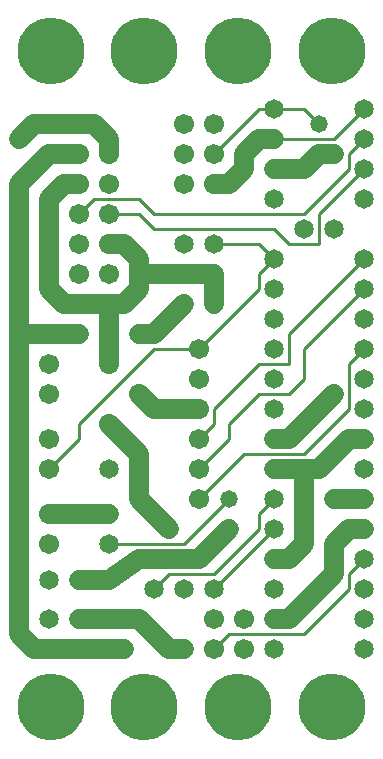
<source format=gbl>
%MOIN*%
%FSLAX25Y25*%
G04 D10 used for Character Trace; *
G04     Circle (OD=.01000) (No hole)*
G04 D11 used for Power Trace; *
G04     Circle (OD=.06500) (No hole)*
G04 D12 used for Signal Trace; *
G04     Circle (OD=.01100) (No hole)*
G04 D13 used for Via; *
G04     Circle (OD=.05800) (Round. Hole ID=.02800)*
G04 D14 used for Component hole; *
G04     Circle (OD=.06500) (Round. Hole ID=.03500)*
G04 D15 used for Component hole; *
G04     Circle (OD=.06700) (Round. Hole ID=.04300)*
G04 D16 used for Component hole; *
G04     Circle (OD=.08100) (Round. Hole ID=.05100)*
G04 D17 used for Component hole; *
G04     Circle (OD=.08900) (Round. Hole ID=.05900)*
G04 D18 used for Component hole; *
G04     Circle (OD=.11300) (Round. Hole ID=.08300)*
G04 D19 used for Component hole; *
G04     Circle (OD=.16000) (Round. Hole ID=.13000)*
G04 D20 used for Component hole; *
G04     Circle (OD=.18300) (Round. Hole ID=.15300)*
G04 D21 used for Component hole; *
G04     Circle (OD=.22291) (Round. Hole ID=.19291)*
%ADD10C,.01000*%
%ADD11C,.06500*%
%ADD12C,.01100*%
%ADD13C,.05800*%
%ADD14C,.06500*%
%ADD15C,.06700*%
%ADD16C,.08100*%
%ADD17C,.08900*%
%ADD18C,.11300*%
%ADD19C,.16000*%
%ADD20C,.18300*%
%ADD21C,.22291*%
%IPPOS*%
%LPD*%
G90*X0Y0D02*D21*X15625Y15625D03*D11*              
X10000Y35000D02*X40000D01*D14*D03*D11*X55000D02*  
X45000Y45000D01*X55000Y35000D02*X60000D01*D14*D03*
D15*X70000Y45000D03*Y35000D03*D12*X75000Y40000D01*
X100000D01*X115000Y55000D01*Y60000D01*            
X120000Y65000D01*D14*D03*D11*X110000Y60000D02*    
Y70000D01*X95000Y45000D02*X110000Y60000D01*       
X90000Y45000D02*X95000D01*D14*X90000D03*D15*      
X80000Y35000D03*D14*X90000Y55000D03*D15*          
X80000Y45000D03*D14*X90000Y35000D03*D12*          
X55000Y60000D02*X70000D01*X50000Y55000D02*        
X55000Y60000D01*D14*X50000Y55000D03*D11*          
X35000Y45000D02*X45000D01*D14*X35000D03*D11*      
X25000D01*D14*D03*X35000Y58000D03*D11*X25000D01*  
D14*D03*X15000Y45000D03*D11*X35000Y58000D02*      
X45000Y65000D01*X65000D01*X75000Y75000D01*D14*D03*
D15*X65000Y85000D03*D12*X80000Y100000D01*         
X100000D01*X115000Y115000D01*Y130000D01*          
X120000Y135000D01*D14*D03*Y145000D03*Y125000D03*  
D13*X110000Y120000D03*D11*X95000Y105000D01*       
X90000D01*D14*D03*D13*X100000Y95000D03*D11*       
Y70000D01*X95000Y65000D01*X90000D01*D14*D03*      
Y75000D03*D12*X70000Y55000D01*D14*D03*D12*        
Y60000D02*X85000Y75000D01*Y80000D01*              
X90000Y85000D01*D14*D03*D11*Y95000D02*X100000D01* 
D14*X90000D03*D11*X100000D02*X105000D01*          
X115000Y105000D01*X120000D01*D14*D03*Y115000D03*  
Y95000D03*D12*X95000Y120000D02*X100000Y125000D01* 
X85000Y120000D02*X95000D01*X75000Y110000D02*      
X85000Y120000D01*X75000Y105000D02*Y110000D01*     
X65000Y95000D02*X75000Y105000D01*D15*             
X65000Y95000D03*D13*X75000Y85000D03*D12*          
X60000Y70000D01*X35000D01*D14*D03*Y80000D03*D11*  
X15000D01*D15*D03*Y70000D03*Y95000D03*D12*        
X25000Y105000D01*Y110000D01*X50000Y135000D01*     
X65000D01*D15*D03*D12*X85000Y155000D01*Y160000D01*
X90000Y165000D01*D14*D03*D12*X85000Y170000D01*    
X70000D01*D14*D03*X60000Y160000D03*D11*X45000D01* 
Y155000D01*X40000Y150000D01*X35000D01*Y130000D01* 
D15*D03*X45000Y120000D03*D11*X50000Y115000D01*    
X65000D01*D15*D03*D12*Y105000D02*X70000Y110000D01*
D15*X65000Y105000D03*D12*X70000Y110000D02*        
Y115000D01*X85000Y130000D01*X95000D01*Y140000D01* 
X120000Y165000D01*D14*D03*X110000Y175000D03*      
X120000Y155000D03*D12*X100000Y135000D01*          
Y125000D01*D14*X90000Y135000D03*Y115000D03*       
Y125000D03*Y145000D03*X70000Y150000D03*D11*       
Y160000D01*D14*D03*D11*X60000D01*D14*Y170000D03*  
Y150000D03*D11*X50000Y140000D01*X45000D01*D13*D03*
D11*X20000Y150000D02*X35000D01*X20000D02*         
X15000Y155000D01*Y185000D01*X20000Y190000D01*     
X25000D01*D15*D03*D12*Y180000D02*X30000Y185000D01*
D15*X25000Y180000D03*D12*X30000Y185000D02*        
X45000D01*X50000Y180000D01*X100000D01*            
X115000Y195000D01*Y200000D01*X120000Y205000D01*   
D14*D03*Y215000D03*D12*X110000Y205000D01*         
X90000D01*D14*D03*D11*X85000D01*X80000Y200000D01* 
Y195000D01*X75000Y190000D01*X70000D01*D15*D03*    
X60000Y200000D03*X70000D03*D12*X85000Y215000D01*  
X90000D01*D14*D03*D12*X100000D01*                 
X105000Y210000D01*D13*D03*D11*X100000Y195000D02*  
X105000Y200000D01*X90000Y195000D02*X100000D01*D14*
X90000D03*Y185000D03*D12*X105000Y170000D02*       
Y180000D01*X95000Y170000D02*X105000D01*X95000D02* 
X90000Y175000D01*X50000D01*X45000Y180000D01*      
X35000D01*D15*D03*X25000Y170000D03*               
X35000Y190000D03*Y170000D03*D11*X40000D01*        
X45000Y165000D01*Y160000D01*D15*X35000D03*D13*    
X25000Y140000D03*D11*X5000D01*Y40000D01*          
X10000Y35000D01*D14*X15000Y58000D03*D21*          
X46875Y15625D03*D14*X55000Y75000D03*D11*          
X45000Y85000D01*Y95000D01*D14*D03*D11*Y100000D01* 
X35000Y110000D01*D15*D03*D14*Y95000D03*D15*       
X15000Y130000D03*Y120000D03*Y105000D03*D11*       
X5000Y140000D02*Y190000D01*X15000Y200000D01*      
X25000D01*D15*D03*D11*X35000Y205000D02*           
X30000Y210000D01*X35000Y200000D02*Y205000D01*D15* 
Y200000D03*D11*X10000Y210000D02*X30000D01*        
X5000Y205000D02*X10000Y210000D01*D13*             
X5000Y205000D03*D21*X15625Y234375D03*X46875D03*   
D15*X25000Y160000D03*X60000Y190000D03*Y210000D03* 
X70000D03*D21*X78125Y234375D03*D15*               
X65000Y125000D03*D14*X90000Y155000D03*            
X100000Y175000D03*D12*X105000Y180000D02*          
X120000Y195000D01*D14*D03*D13*X110000Y200000D03*  
D11*X105000D01*D14*X120000Y185000D03*D21*         
X109375Y234375D03*D13*X110000Y85000D03*D11*       
X120000D01*D14*D03*D11*X110000Y70000D02*          
X115000Y75000D01*X120000D01*D14*D03*Y55000D03*    
Y45000D03*Y35000D03*D21*X78125Y15625D03*          
X109375D03*D14*X60000Y55000D03*M02*               

</source>
